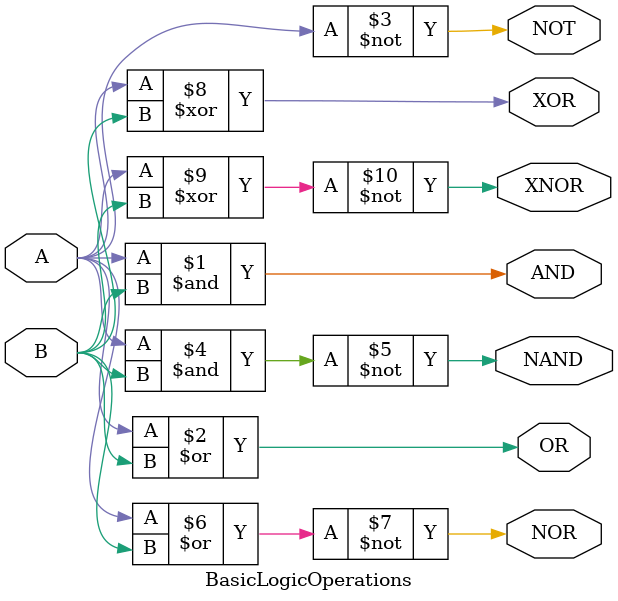
<source format=v>
module BasicLogicOperations (
    input wire A,
    input wire B,
    output wire AND,
    output wire OR,
    output wire NOT,
    output wire NAND,
    output wire NOR,
    output wire XOR,
    output wire XNOR
);

assign AND= A & B; 
assign OR= A | B; 
assign NOT= ~A;
assign NAND= ~(A & B);
assign NOR= ~(A | B); 
assign XOR= A ^ B; 
assign XNOR= ~(A ^ B);
endmodule

</source>
